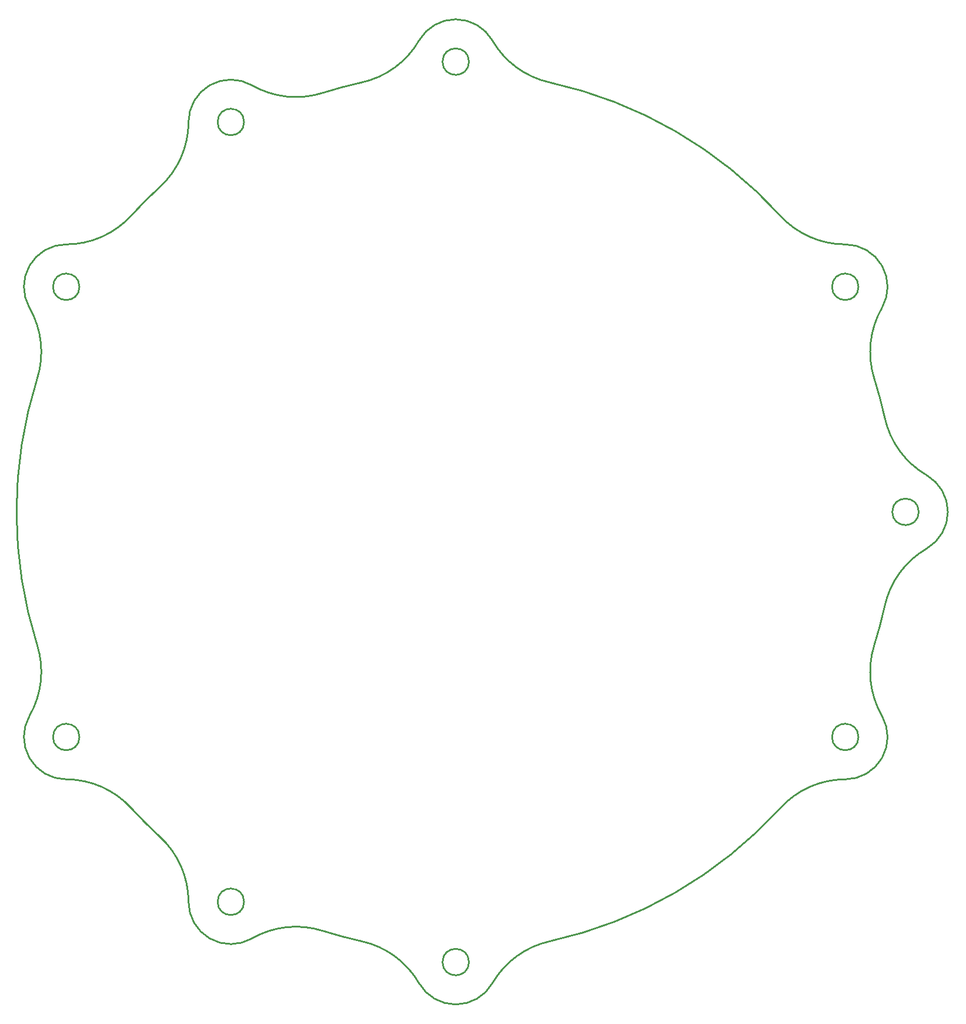
<source format=gbr>
%TF.GenerationSoftware,KiCad,Pcbnew,7.0.7*%
%TF.CreationDate,2024-03-26T09:21:43-07:00*%
%TF.ProjectId,Connector-board,436f6e6e-6563-4746-9f72-2d626f617264,rev?*%
%TF.SameCoordinates,Original*%
%TF.FileFunction,Profile,NP*%
%FSLAX46Y46*%
G04 Gerber Fmt 4.6, Leading zero omitted, Abs format (unit mm)*
G04 Created by KiCad (PCBNEW 7.0.7) date 2024-03-26 09:21:43*
%MOMM*%
%LPD*%
G01*
G04 APERTURE LIST*
%TA.AperFunction,Profile*%
%ADD10C,0.250000*%
%TD*%
G04 APERTURE END LIST*
D10*
%TO.C,J1*%
X166172691Y-175635786D02*
G75*
G03*
X176725669Y-175635786I5276489J3052846D01*
G01*
X184997760Y-169590707D02*
G75*
G03*
X176725670Y-175635786I2720595J-12405170D01*
G01*
X166172690Y-175635786D02*
G75*
G03*
X157900600Y-169590707I-10992685J-6360091D01*
G01*
X152293711Y-168088346D02*
G75*
G03*
X157900600Y-169590707I19155183J60274354D01*
G01*
X152293711Y-168088347D02*
G75*
G03*
X142107332Y-169187493I-3846481J-12103488D01*
G01*
X132968184Y-163911002D02*
G75*
G03*
X142107332Y-169187492I6095996J5596D01*
G01*
X132968183Y-163911002D02*
G75*
G03*
X128826882Y-154539766I-12699994J-11661D01*
G01*
X124722354Y-150435238D02*
G75*
G03*
X128826882Y-154539766I46727490J42622962D01*
G01*
X184997760Y-169590706D02*
G75*
G03*
X218176006Y-150435238I-13548578J61777764D01*
G01*
X227547242Y-146293937D02*
G75*
G03*
X218176006Y-150435238I11661J-12699994D01*
G01*
X124722354Y-150435238D02*
G75*
G03*
X115351118Y-146293937I-9382897J-8558693D01*
G01*
X110074628Y-137154788D02*
G75*
G03*
X115351118Y-146293936I5282086J-3043152D01*
G01*
X227547242Y-146293936D02*
G75*
G03*
X232823732Y-137154788I-5596J6095996D01*
G01*
X231724587Y-126968409D02*
G75*
G03*
X232823733Y-137154788I12103488J-3846481D01*
G01*
X110074627Y-137154788D02*
G75*
G03*
X111173773Y-126968409I-11004342J6339898D01*
G01*
X111173775Y-88657471D02*
G75*
G03*
X111173775Y-126968409I60275413J-19155469D01*
G01*
X231724586Y-126968409D02*
G75*
G03*
X233226947Y-121361520I-60274354J19155183D01*
G01*
X239272026Y-113089430D02*
G75*
G03*
X233226947Y-121361520I6360091J-10992685D01*
G01*
X239272026Y-113089429D02*
G75*
G03*
X239272026Y-102536451I-3052846J5276489D01*
G01*
X233226947Y-94264360D02*
G75*
G03*
X239272026Y-102536450I12405163J2720590D01*
G01*
X233226946Y-94264360D02*
G75*
G03*
X231724585Y-88657471I-61777837J-13548595D01*
G01*
X232823738Y-78471095D02*
G75*
G03*
X231724586Y-88657471I11004362J-6339905D01*
G01*
X111173771Y-88657470D02*
G75*
G03*
X110074628Y-78471092I-12103431J3846490D01*
G01*
X115351118Y-69331948D02*
G75*
G03*
X110074629Y-78471092I5592J-6095992D01*
G01*
X232823733Y-78471093D02*
G75*
G03*
X227547242Y-69331944I-5282033J3043183D01*
G01*
X218176007Y-65190641D02*
G75*
G03*
X227547242Y-69331943I9382853J8558591D01*
G01*
X115351118Y-69331945D02*
G75*
G03*
X124722354Y-65190642I-11668J12700005D01*
G01*
X128826882Y-61086114D02*
G75*
G03*
X124722354Y-65190642I42622962J-46727490D01*
G01*
X128826881Y-61086113D02*
G75*
G03*
X132968183Y-51714878I-8558591J9382853D01*
G01*
X142107347Y-46438361D02*
G75*
G03*
X132968183Y-51714878I-3043247J-5281939D01*
G01*
X142107332Y-46438388D02*
G75*
G03*
X152293711Y-47537534I6339898J11004348D01*
G01*
X157900600Y-46035174D02*
G75*
G03*
X152293711Y-47537535I13548595J-61777837D01*
G01*
X218176006Y-65190642D02*
G75*
G03*
X184997760Y-46035174I-46726824J-42622296D01*
G01*
X176725671Y-39990094D02*
G75*
G03*
X184997760Y-46035173I10992789J6360234D01*
G01*
X157900600Y-46035175D02*
G75*
G03*
X166172690Y-39990094I-2720600J12405175D01*
G01*
X176725669Y-39990094D02*
G75*
G03*
X166172691Y-39990094I-5276489J-3052846D01*
G01*
X173354180Y-172582940D02*
G75*
G03*
X173354180Y-172582940I-1905000J0D01*
G01*
X140969180Y-163905405D02*
G75*
G03*
X140969180Y-163905405I-1905000J0D01*
G01*
X117261715Y-140197940D02*
G75*
G03*
X117261715Y-140197940I-1905000J0D01*
G01*
X229446645Y-140197940D02*
G75*
G03*
X229446645Y-140197940I-1905000J0D01*
G01*
X238124180Y-107812940D02*
G75*
G03*
X238124180Y-107812940I-1905000J0D01*
G01*
X117261715Y-75427940D02*
G75*
G03*
X117261715Y-75427940I-1905000J0D01*
G01*
X229446645Y-75427940D02*
G75*
G03*
X229446645Y-75427940I-1905000J0D01*
G01*
X140969180Y-51720475D02*
G75*
G03*
X140969180Y-51720475I-1905000J0D01*
G01*
X173354180Y-43042940D02*
G75*
G03*
X173354180Y-43042940I-1905000J0D01*
G01*
%TD*%
M02*

</source>
